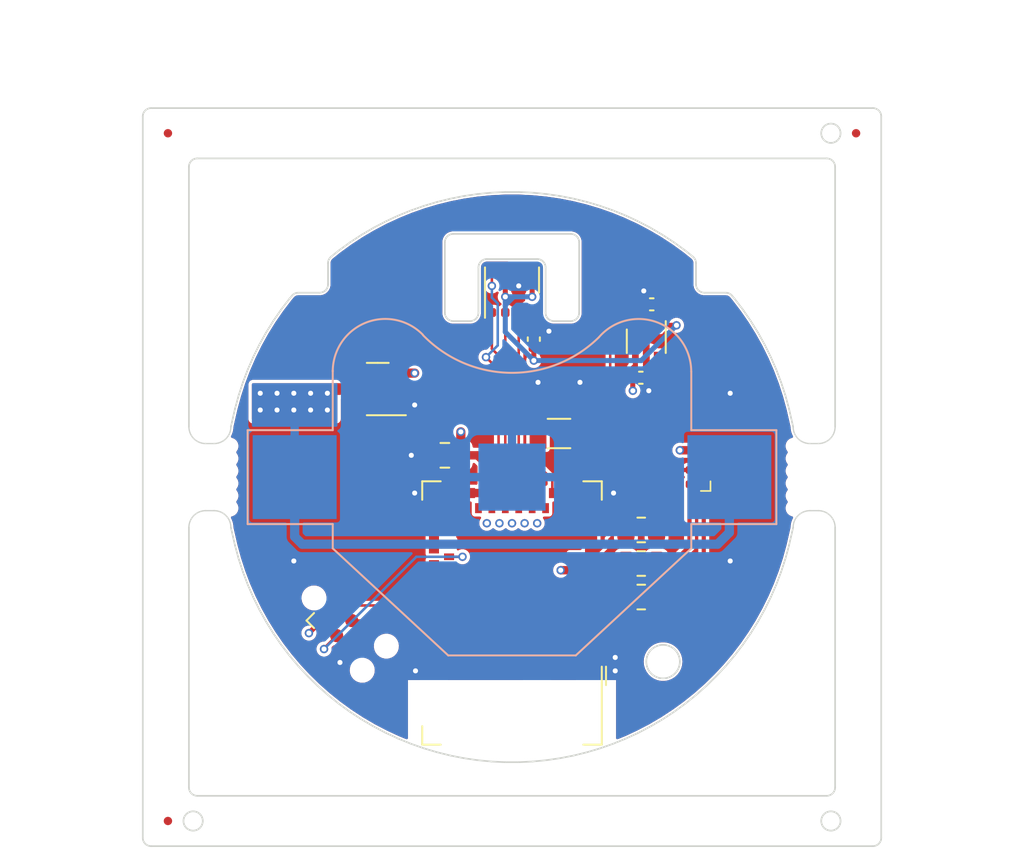
<source format=kicad_pcb>
(kicad_pcb (version 20221018) (generator pcbnew)
  (layers (0 "F.Cu" signal) (1 "In1.Cu" signal) (2 "In2.Cu" signal) (31 "B.Cu" signal) (34 "B.Paste" user) (35 "F.Paste" user) (36 "B.SilkS" user "B.Silkscreen") (37 "F.SilkS" user "F.Silkscreen") (38 "B.Mask" user) (39 "F.Mask" user) (44 "Edge.Cuts" user))
  (net 0 "")
  (net 1 "Net-(BT1-+)")
  (net 2 "GND")
  (net 3 "+BATT")
  (net 4 "/SWDIO")
  (net 5 "/~{RST}")
  (net 6 "/SWCLK")
  (net 8 "/VDD_BME680")
  (net 9 "/BME680_EN")
  (net 50 "/MISO")
  (net 51 "/SCK")
  (net 52 "/MOSI")
  (net 53 "/~{CS}")
  (net 55 "Net-(D1-RK)")
  (net 56 "Net-(D1-GK)")
  (net 57 "Net-(D1-BK)")
  (net 58 "/R")
  (net 59 "/G")
  (net 60 "/B")
  (net 61 "Net-(U3-XL1{slash}P0.00)")
  (net 62 "Net-(U3-XL2{slash}P0.01)")
  (footprint "PCM_marbastlib-various:mousebites_2.5mm" (layer "F.Cu") (at 119.75 95.999997 180)
    (fp_text reference "REF**" hide)
    (fp_text value "mousebites 2mm" hide)
    (fp_line (start -1.5 -2) (end -1 -2) (stroke (width 0.08)) (layer "Edge.Cuts"))
    (fp_line (start -1 2) (end -1.5 2) (stroke (width 0.08)) (layer "Edge.Cuts"))
    (fp_arc (start -2.5 3) (mid -2.207108 2.292895) (end -1.500003 2.000003) (stroke (width 0.08)) (layer "Edge.Cuts"))
    (fp_arc (start -1.5 -2) (mid -2.207105 -2.292892) (end -2.499997 -2.999997) (stroke (width 0.08)) (layer "Edge.Cuts"))
    (fp_arc (start -1 2) (mid -0.292895 2.292892) (end -0.000003 2.999997) (stroke (width 0.08)) (layer "Edge.Cuts"))
    (fp_arc (start 0 -3) (mid -0.292892 -2.292895) (end -0.999997 -2.000003) (stroke (width 0.08)) (layer "Edge.Cuts"))
  )
  (footprint "Package_LGA:Bosch_LGA-8_3x3mm_P0.8mm_ClockwisePinNumbering" (layer "F.Cu") (at 103 85 180)
    (fp_text reference "U2" hide)
    (fp_text value "BME680")
  )
  (footprint "Connector:Tag-Connect_TC2030-IDC-NL_2x03_P1.27mm_Vertical" (layer "F.Cu") (at 93 105 -45)
    (fp_text reference "J1" hide)
    (fp_text value "Conn_ARM_SWD_TagConnect_TC2030-NL")
  )
  (footprint "Fiducial:Fiducial_0.5mm_Mask1mm" (layer "F.Cu") (at 82.5 75.5)
    (fp_text reference "REF**" hide)
    (fp_text value "Fiducial_0.5mm_Mask1mm")
  )
  (footprint "Resistor_SMD:R_0805_2012Metric" (layer "F.Cu") (at 110.7 103.15 180)
    (fp_text reference "R5" hide)
    (fp_text value "1k")
  )
  (footprint "Package_TO_SOT_SMD:SOT-363_SC-70-6" (layer "F.Cu") (at 111 87.9 -90)
    (fp_text reference "U1" hide)
    (fp_text value "SiP32431DR3")
  )
  (footprint "Fiducial:Fiducial_0.5mm_Mask1mm" (layer "F.Cu") (at 123.5 75.5)
    (fp_text reference "REF**" hide)
    (fp_text value "Fiducial_0.5mm_Mask1mm")
  )
  (footprint "LED_SMD:LED_Lumex_SML-LX0404SIUPGUSB" (layer "F.Cu") (at 114 96 180)
    (fp_text reference "D1" hide)
    (fp_text value "LED_RGBA")
  )
  (footprint "Capacitor_SMD:C_0201_0603Metric" (layer "F.Cu") (at 107.05 91.4 90)
    (fp_text reference "C3" hide)
    (fp_text value "3.9p")
  )
  (footprint "RF_Module:Raytac_MDBT50Q" (layer "F.Cu") (at 103 104.1 180)
    (fp_text reference "U3" hide)
    (fp_text value "MDBT50Q-1MV2")
  )
  (footprint "Capacitor_SMD:C_0402_1005Metric" (layer "F.Cu") (at 111.325 85.7 180)
    (fp_text reference "C2" hide)
    (fp_text value "100n")
  )
  (footprint "Capacitor_SMD:C_0805_2012Metric" (layer "F.Cu") (at 99 94.7 180)
    (fp_text reference "C4" hide)
    (fp_text value "10u")
  )
  (footprint "Capacitor_SMD:C_0201_0603Metric" (layer "F.Cu") (at 104.55 91.4 90)
    (fp_text reference "C5" hide)
    (fp_text value "3.9p")
  )
  (footprint "Crystal:Crystal_SMD_3215-2Pin_3.2x1.5mm" (layer "F.Cu") (at 105.8 93.4 180)
    (fp_text reference "Y1" hide)
    (fp_text value "SC32S-7PF20PPM")
  )
  (footprint "Capacitor_SMD:C_0402_1005Metric" (layer "F.Cu") (at 104.3 87.775 90)
    (fp_text reference "C6" hide)
    (fp_text value "1u")
  )
  (footprint "Resistor_SMD:R_0805_2012Metric" (layer "F.Cu") (at 110.7 99.15 180)
    (fp_text reference "R3" hide)
    (fp_text value "1k")
  )
  (footprint "Package_TO_SOT_SMD:SOT-23" (layer "F.Cu") (at 95 90.75 180)
    (fp_text reference "Q1" hide)
    (fp_text value "DMP610DL-7")
  )
  (footprint "Capacitor_SMD:C_0402_1005Metric" (layer "F.Cu") (at 110.675 90.075)
    (fp_text reference "C1" hide)
    (fp_text value "1u")
  )
  (footprint "Fiducial:Fiducial_0.5mm_Mask1mm" (layer "F.Cu") (at 82.5 116.5)
    (fp_text reference "REF**" hide)
    (fp_text value "Fiducial_0.5mm_Mask1mm")
  )
  (footprint "Resistor_SMD:R_0805_2012Metric" (layer "F.Cu") (at 110.7 101.15 180)
    (fp_text reference "R4" hide)
    (fp_text value "1k")
  )
  (footprint "PCM_marbastlib-various:mousebites_2.5mm" (layer "F.Cu") (at 86.25 96)
    (fp_text reference "REF**" hide)
    (fp_text value "mousebites 2mm" hide)
    (fp_line (start -1.5 -2) (end -1 -2) (stroke (width 0.08)) (layer "Edge.Cuts"))
    (fp_line (start -1 2) (end -1.5 2) (stroke (width 0.08)) (layer "Edge.Cuts"))
    (fp_arc (start -2.5 3) (mid -2.207108 2.292895) (end -1.500003 2.000003) (stroke (width 0.08)) (layer "Edge.Cuts"))
    (fp_arc (start -1.5 -2) (mid -2.207105 -2.292892) (end -2.499997 -2.999997) (stroke (width 0.08)) (layer "Edge.Cuts"))
    (fp_arc (start -1 2) (mid -0.292895 2.292892) (end -0.000003 2.999997) (stroke (width 0.08)) (layer "Edge.Cuts"))
    (fp_arc (start 0 -3) (mid -0.292892 -2.292895) (end -0.999997 -2.000003) (stroke (width 0.08)) (layer "Edge.Cuts"))
  )
  (footprint "Battery:BatteryHolder_Multicomp_BC-2001_1x2032" (layer "B.Cu") (at 103 96 180)
    (fp_text reference "BT1" hide)
    (fp_text value "Battery_Cell")
  )
  (gr_line (start 86.493989 91.931634) (end 86.25 93) (stroke (width 0.1)) (layer "Edge.Cuts"))
  (gr_line (start 109.789198 80.414533) (end 109.028283 80.104724) (stroke (width 0.1)) (layer "Edge.Cuts"))
  (gr_line (start 107 82) (end 107 86.2) (stroke (width 0.1)) (layer "Edge.Cuts"))
  (gr_line (start 98.533975 112.402884) (end 99.331669 112.599498) (stroke (width 0.1)) (layer "Edge.Cuts"))
  (gr_line (start 119.036301 101.642434) (end 119.290179 100.861077) (stroke (width 0.1)) (layer "Edge.Cuts"))
  (gr_arc (start 124.5 74) (mid 124.853553 74.146447) (end 125 74.5) (stroke (width 0.1)) (layer "Edge.Cuts"))
  (gr_line (start 106.5 86.7) (end 105.5 86.7) (stroke (width 0.1)) (layer "Edge.Cuts"))
  (gr_line (start 118.416864 103.163819) (end 118.744969 102.410612) (stroke (width 0.1)) (layer "Edge.Cuts"))
  (gr_line (start 113.775411 82.856521) (end 113.321763 82.492179) (stroke (width 0.1)) (layer "Edge.Cuts"))
  (gr_line (start 118.744969 89.589388) (end 118.416864 88.836181) (stroke (width 0.1)) (layer "Edge.Cuts"))
  (gr_line (start 117.653484 104.618318) (end 118.052752 103.900294) (stroke (width 0.1)) (layer "Edge.Cuts"))
  (gr_line (start 100.13793 79.242657) (end 99.331669 79.400502) (stroke (width 0.1)) (layer "Edge.Cuts"))
  (gr_line (start 105.86207 112.757343) (end 106.668331 112.599498) (stroke (width 0.1)) (layer "Edge.Cuts"))
  (gr_line (start 107.466025 79.597116) (end 106.668331 79.400502) (stroke (width 0.1)) (layer "Edge.Cuts"))
  (gr_line (start 112.657101 82.009274) (end 111.969884 81.559045) (stroke (width 0.1)) (layer "Edge.Cuts"))
  (gr_line (start 97.746711 79.832039) (end 96.971717 80.104724) (stroke (width 0.1)) (layer "Edge.Cuts"))
  (gr_line (start 110.534256 80.760742) (end 109.789198 80.414533) (stroke (width 0.1)) (layer "Edge.Cuts"))
  (gr_line (start 118.052752 88.099706) (end 117.653484 87.381682) (stroke (width 0.1)) (layer "Edge.Cuts"))
  (gr_line (start 119.750003 93) (end 119.506011 91.931634) (stroke (width 0.1)) (layer "Edge.Cuts"))
  (gr_line (start 94.738282 81.142543) (end 94.030116 81.559045) (stroke (width 0.1)) (layer "Edge.Cuts"))
  (gr_line (start 81.5 74) (end 124.5 74) (stroke (width 0.1)) (layer "Edge.Cuts"))
  (gr_line (start 113.962318 83.246358) (end 113.962318 84.506633) (stroke (width 0.1)) (layer "Edge.Cuts"))
  (gr_line (start 121.749997 115.000003) (end 84.25 115.000003) (stroke (width 0.1)) (layer "Edge.Cuts"))
  (gr_line (start 96.210802 80.414533) (end 95.465744 80.760742) (stroke (width 0.1)) (layer "Edge.Cuts"))
  (gr_line (start 117.219992 86.683787) (end 116.753289 86.007651) (stroke (width 0.1)) (layer "Edge.Cuts"))
  (gr_circle (center 122 75.5) (end 122.576 75.5) (stroke (width 0.1)) (fill none) (layer "Edge.Cuts"))
  (gr_line (start 104.231392 79.044656) (end 103.410784 79.004964) (stroke (width 0.1)) (layer "Edge.Cuts"))
  (gr_line (start 94.030116 110.440955) (end 94.738282 110.857457) (stroke (width 0.1)) (layer "Edge.Cuts"))
  (gr_line (start 95.465744 111.239258) (end 96.210802 111.585467) (stroke (width 0.1)) (layer "Edge.Cuts"))
  (gr_line (start 111.969884 110.440955) (end 112.657101 109.990726) (stroke (width 0.1)) (layer "Edge.Cuts"))
  (gr_arc (start 101 83.5) (mid 101.146447 83.146447) (end 101.5 83) (stroke (width 0.1)) (layer "Edge.Cuts"))
  (gr_line (start 99.331669 79.400502) (end 98.533975 79.597116) (stroke (width 0.1)) (layer "Edge.Cuts"))
  (gr_line (start 89.745536 106.645148) (end 90.275317 107.273085) (stroke (width 0.1)) (layer "Edge.Cuts"))
  (gr_line (start 101.768608 112.955344) (end 102.589216 112.995036) (stroke (width 0.1)) (layer "Edge.Cuts"))
  (gr_line (start 99.331669 112.599498) (end 100.13793 112.757343) (stroke (width 0.1)) (layer "Edge.Cuts"))
  (gr_line (start 88.780008 105.316213) (end 89.246711 105.992349) (stroke (width 0.1)) (layer "Edge.Cuts"))
  (gr_line (start 92.037682 108.993367) (end 92.678237 109.507821) (stroke (width 0.1)) (layer "Edge.Cuts"))
  (gr_line (start 105.049124 79.123949) (end 104.231392 79.044656) (stroke (width 0.1)) (layer "Edge.Cuts"))
  (gr_line (start 89.246711 86.007651) (end 88.780008 86.683787) (stroke (width 0.1)) (layer "Edge.Cuts"))
  (gr_line (start 100.13793 112.757343) (end 100.950876 112.876051) (stroke (width 0.1)) (layer "Edge.Cuts"))
  (gr_arc (start 114.462318 85.006633) (mid 114.108741 84.860195) (end 113.962318 84.506633) (stroke (width 0.1)) (layer "Edge.Cuts"))
  (gr_line (start 118.416864 88.836181) (end 118.052752 88.099706) (stroke (width 0.1)) (layer "Edge.Cuts"))
  (gr_arc (start 81.5 118) (mid 81.146447 117.853553) (end 81 117.5) (stroke (width 0.1)) (layer "Edge.Cuts"))
  (gr_line (start 114.462318 85.006633) (end 115.729141 85.006633) (stroke (width 0.1)) (layer "Edge.Cuts"))
  (gr_arc (start 89.887812 85.185268) (mid 90.059532 85.053487) (end 90.270859 85.006633) (stroke (width 0.1)) (layer "Edge.Cuts"))
  (gr_line (start 125 74.5) (end 125 117.5) (stroke (width 0.1)) (layer "Edge.Cuts"))
  (gr_line (start 90.834818 107.874693) (end 91.42273 108.448567) (stroke (width 0.1)) (layer "Edge.Cuts"))
  (gr_line (start 83.75 114.500003) (end 83.75 99) (stroke (width 0.1)) (layer "Edge.Cuts"))
  (gr_line (start 81 117.5) (end 81 74.5) (stroke (width 0.1)) (layer "Edge.Cuts"))
  (gr_arc (start 81 74.5) (mid 81.146447 74.146447) (end 81.5 74) (stroke (width 0.1)) (layer "Edge.Cuts"))
  (gr_line (start 108.253289 112.167961) (end 109.028283 111.895276) (stroke (width 0.1)) (layer "Edge.Cuts"))
  (gr_line (start 119.506011 91.931634) (end 119.290179 91.138923) (stroke (width 0.1)) (layer "Edge.Cuts"))
  (gr_line (start 109.789198 111.585467) (end 110.534256 111.239258) (stroke (width 0.1)) (layer "Edge.Cuts"))
  (gr_line (start 100.950876 79.123949) (end 100.13793 79.242657) (stroke (width 0.1)) (layer "Edge.Cuts"))
  (gr_line (start 116.753289 105.992349) (end 117.219992 105.316213) (stroke (width 0.1)) (layer "Edge.Cuts"))
  (gr_line (start 98.533975 79.597116) (end 97.746711 79.832039) (stroke (width 0.1)) (layer "Edge.Cuts"))
  (gr_circle (center 112 107) (end 113 107) (stroke (width 0.1)) (fill none) (layer "Edge.Cuts"))
  (gr_line (start 95.465744 80.760742) (end 94.738282 81.142543) (stroke (width 0.1)) (layer "Edge.Cuts"))
  (gr_line (start 87.583136 103.163819) (end 87.947248 103.900294) (stroke (width 0.1)) (layer "Edge.Cuts"))
  (gr_line (start 107.466025 112.402884) (end 108.253289 112.167961) (stroke (width 0.1)) (layer "Edge.Cuts"))
  (gr_line (start 119.506011 100.068366) (end 119.75 98.999997) (stroke (width 0.1)) (layer "Edge.Cuts"))
  (gr_line (start 89.745536 85.354852) (end 89.246711 86.007651) (stroke (width 0.1)) (layer "Edge.Cuts"))
  (gr_line (start 105.86207 79.242657) (end 105.049124 79.123949) (stroke (width 0.1)) (layer "Edge.Cuts"))
  (gr_line (start 122.25 77.5) (end 122.25 93.000003) (stroke (width 0.1)) (layer "Edge.Cuts"))
  (gr_line (start 113.321763 82.492179) (end 112.657101 82.009274) (stroke (width 0.1)) (layer "Edge.Cuts"))
  (gr_arc (start 105.5 86.7) (mid 105.146447 86.553553) (end 105 86.2) (stroke (width 0.1)) (layer "Edge.Cuts"))
  (gr_line (start 111.261718 110.857457) (end 111.969884 110.440955) (stroke (width 0.1)) (layer "Edge.Cuts"))
  (gr_line (start 86.249997 98.999997) (end 86.493989 100.068366) (stroke (width 0.1)) (layer "Edge.Cuts"))
  (gr_arc (start 84.25 115.000003) (mid 83.896446 114.853557) (end 83.75 114.500003) (stroke (width 0.1)) (layer "Edge.Cuts"))
  (gr_line (start 100.5 86.7) (end 99.5 86.7) (stroke (width 0.1)) (layer "Edge.Cuts"))
  (gr_circle (center 122 116.5) (end 122.576 116.5) (stroke (width 0.1)) (fill none) (layer "Edge.Cuts"))
  (gr_line (start 114.57727 108.448567) (end 115.165182 107.874693) (stroke (width 0.1)) (layer "Edge.Cuts"))
  (gr_line (start 119.290179 100.861077) (end 119.506011 100.068366) (stroke (width 0.1)) (layer "Edge.Cuts"))
  (gr_line (start 99.5 81.5) (end 106.5 81.5) (stroke (width 0.1)) (layer "Edge.Cuts"))
  (gr_arc (start 121.75 77) (mid 122.103553 77.146447) (end 122.25 77.5) (stroke (width 0.1)) (layer "Edge.Cuts"))
  (gr_arc (start 115.729141 85.006633) (mid 115.940454 85.053504) (end 116.112188 85.185268) (stroke (width 0.1)) (layer "Edge.Cuts"))
  (gr_line (start 93.342899 82.009274) (end 92.678237 82.492179) (stroke (width 0.1)) (layer "Edge.Cuts"))
  (gr_circle (center 84 116.5) (end 84.576 116.5) (stroke (width 0.1)) (fill none) (layer "Edge.Cuts"))
  (gr_line (start 105.049124 112.876051) (end 105.86207 112.757343) (stroke (width 0.1)) (layer "Edge.Cuts"))
  (gr_line (start 100.950876 112.876051) (end 101.768608 112.955344) (stroke (width 0.1)) (layer "Edge.Cuts"))
  (gr_line (start 108.253289 79.832039) (end 107.466025 79.597116) (stroke (width 0.1)) (layer "Edge.Cuts"))
  (gr_line (start 109.028283 111.895276) (end 109.789198 111.585467) (stroke (width 0.1)) (layer "Edge.Cuts"))
  (gr_line (start 87.947248 103.900294) (end 88.346516 104.618318) (stroke (width 0.1)) (layer "Edge.Cuts"))
  (gr_line (start 90.275317 107.273085) (end 90.834818 107.874693) (stroke (width 0.1)) (layer "Edge.Cuts"))
  (gr_arc (start 99.5 86.7) (mid 99.146447 86.553553) (end 99 86.2) (stroke (width 0.1)) (layer "Edge.Cuts"))
  (gr_line (start 102.589216 79.004964) (end 101.768608 79.044656) (stroke (width 0.1)) (layer "Edge.Cuts"))
  (gr_line (start 92.678237 82.492179) (end 92.224589 82.856521) (stroke (width 0.1)) (layer "Edge.Cuts"))
  (gr_line (start 87.255031 89.589388) (end 86.963699 90.357566) (stroke (width 0.1)) (layer "Edge.Cuts"))
  (gr_line (start 117.653484 87.381682) (end 117.219992 86.683787) (stroke (width 0.1)) (layer "Edge.Cuts"))
  (gr_line (start 115.165182 107.874693) (end 115.724683 107.273085) (stroke (width 0.1)) (layer "Edge.Cuts"))
  (gr_line (start 92.678237 109.507821) (end 93.342899 109.990726) (stroke (width 0.1)) (layer "Edge.Cuts"))
  (gr_line (start 83.750003 93.000003) (end 83.750003 77.5) (stroke (width 0.1)) (layer "Edge.Cuts"))
  (gr_arc (start 99 82) (mid 99.146447 81.646447) (end 99.5 81.5) (stroke (width 0.1)) (layer "Edge.Cuts"))
  (gr_line (start 118.744969 102.410612) (end 119.036301 101.642434) (stroke (width 0.1)) (layer "Edge.Cuts"))
  (gr_arc (start 104.5 83) (mid 104.853553 83.146447) (end 105 83.5) (stroke (width 0.1)) (layer "Edge.Cuts"))
  (gr_line (start 106.668331 79.400502) (end 105.86207 79.242657) (stroke (width 0.1)) (layer "Edge.Cuts"))
  (gr_line (start 117.219992 105.316213) (end 117.653484 104.618318) (stroke (width 0.1)) (layer "Edge.Cuts"))
  (gr_line (start 87.583136 88.836181) (end 87.255031 89.589388) (stroke (width 0.1)) (layer "Edge.Cuts"))
  (gr_line (start 88.346516 87.381682) (end 87.947248 88.099706) (stroke (width 0.1)) (layer "Edge.Cuts"))
  (gr_line (start 86.709821 91.138923) (end 86.493989 91.931634) (stroke (width 0.1)) (layer "Edge.Cuts"))
  (gr_arc (start 113.775411 82.856521) (mid 113.913186 83.030193) (end 113.962318 83.246358) (stroke (width 0.1)) (layer "Edge.Cuts"))
  (gr_line (start 94.030116 81.559045) (end 93.342899 82.009274) (stroke (width 0.1)) (layer "Edge.Cuts"))
  (gr_line (start 84.250003 77) (end 121.75 77) (stroke (width 0.1)) (layer "Edge.Cuts"))
  (gr_line (start 92.037682 84.506633) (end 92.037682 83.246358) (stroke (width 0.1)) (layer "Edge.Cuts"))
  (gr_line (start 115.724683 107.273085) (end 116.254464 106.645148) (stroke (width 0.1)) (layer "Edge.Cuts"))
  (gr_line (start 113.321763 109.507821) (end 113.962318 108.993367) (stroke (width 0.1)) (layer "Edge.Cuts"))
  (gr_line (start 112.657101 109.990726) (end 113.321763 109.507821) (stroke (width 0.1)) (layer "Edge.Cuts"))
  (gr_line (start 90.270859 85.006633) (end 91.537682 85.006633) (stroke (width 0.1)) (layer "Edge.Cuts"))
  (gr_line (start 109.028283 80.104724) (end 108.253289 79.832039) (stroke (width 0.1)) (layer "Edge.Cuts"))
  (gr_line (start 97.746711 112.167961) (end 98.533975 112.402884) (stroke (width 0.1)) (layer "Edge.Cuts"))
  (gr_line (start 101.768608 79.044656) (end 100.950876 79.123949) (stroke (width 0.1)) (layer "Edge.Cuts"))
  (gr_arc (start 101 86.2) (mid 100.853553 86.553553) (end 100.5 86.7) (stroke (width 0.1)) (layer "Edge.Cuts"))
  (gr_line (start 103.410784 79.004964) (end 102.589216 79.004964) (stroke (width 0.1)) (layer "Edge.Cuts"))
  (gr_line (start 111.969884 81.559045) (end 111.261718 81.142543) (stroke (width 0.1)) (layer "Edge.Cuts"))
  (gr_line (start 86.963699 101.642434) (end 87.255031 102.410612) (stroke (width 0.1)) (layer "Edge.Cuts"))
  (gr_line (start 118.052752 103.900294) (end 118.416864 103.163819) (stroke (width 0.1)) (layer "Edge.Cuts"))
  (gr_arc (start 122.249997 114.499997) (mid 122.10355 114.85355) (end 121.749997 114.999997) (stroke (width 0.1)) (layer "Edge.Cuts"))
  (gr_line (start 122.249997 114.499997) (end 122.249997 98.999994) (stroke (width 0.1)) (layer "Edge.Cuts"))
  (gr_line (start 101 83.5) (end 101 86.2) (stroke (width 0.1)) (layer "Edge.Cuts"))
  (gr_line (start 105 86.2) (end 105 83.5) (stroke (width 0.1)) (layer "Edge.Cuts"))
  (gr_arc (start 125 117.5) (mid 124.853553 117.853553) (end 124.5 118) (stroke (width 0.1)) (layer "Edge.Cuts"))
  (gr_line (start 99 86.2) (end 99 82) (stroke (width 0.1)) (layer "Edge.Cuts"))
  (gr_line (start 104.231392 112.955344) (end 105.049124 112.876051) (stroke (width 0.1)) (layer "Edge.Cuts"))
  (gr_line (start 96.210802 111.585467) (end 96.971717 111.895276) (stroke (width 0.1)) (layer "Edge.Cuts"))
  (gr_line (start 86.493989 100.068366) (end 86.709821 100.861077) (stroke (width 0.1)) (layer "Edge.Cuts"))
  (gr_line (start 96.971717 80.104724) (end 96.210802 80.414533) (stroke (width 0.1)) (layer "Edge.Cuts"))
  (gr_line (start 91.42273 108.448567) (end 92.037682 108.993367) (stroke (width 0.1)) (layer "Edge.Cuts"))
  (gr_line (start 103.410784 112.995036) (end 104.231392 112.955344) (stroke (width 0.1)) (layer "Edge.Cuts"))
  (gr_line (start 89.887812 85.185268) (end 89.745536 85.354852) (stroke (width 0.1)) (layer "Edge.Cuts"))
  (gr_arc (start 92.037682 84.506633) (mid 91.891235 84.860186) (end 91.537682 85.006633) (stroke (width 0.1)) (layer "Edge.Cuts"))
  (gr_line (start 106.668331 112.599498) (end 107.466025 112.402884) (stroke (width 0.1)) (layer "Edge.Cuts"))
  (gr_arc (start 107 86.2) (mid 106.853553 86.553553) (end 106.5 86.7) (stroke (width 0.1)) (layer "Edge.Cuts"))
  (gr_line (start 116.254464 85.354852) (end 116.112188 85.185268) (stroke (width 0.1)) (layer "Edge.Cuts"))
  (gr_line (start 119.290179 91.138923) (end 119.036301 90.357566) (stroke (width 0.1)) (layer "Edge.Cuts"))
  (gr_line (start 104.5 83) (end 101.5 83) (stroke (width 0.1)) (layer "Edge.Cuts"))
  (gr_line (start 89.246711 105.992349) (end 89.745536 106.645148) (stroke (width 0.1)) (layer "Edge.Cuts"))
  (gr_line (start 102.589216 112.995036) (end 103.410784 112.995036) (stroke (width 0.1)) (layer "Edge.Cuts"))
  (gr_line (start 87.255031 102.410612) (end 87.583136 103.163819) (stroke (width 0.1)) (layer "Edge.Cuts"))
  (gr_line (start 88.346516 104.618318) (end 88.780008 105.316213) (stroke (width 0.1)) (layer "Edge.Cuts"))
  (gr_line (start 87.947248 88.099706) (end 87.583136 88.836181) (stroke (width 0.1)) (layer "Edge.Cuts"))
  (gr_line (start 86.709821 100.861077) (end 86.963699 101.642434) (stroke (width 0.1)) (layer "Edge.Cuts"))
  (gr_arc (start 92.037682 83.246358) (mid 92.086837 83.030204) (end 92.224589 82.856521) (stroke (width 0.1)) (layer "Edge.Cuts"))
  (gr_line (start 88.780008 86.683787) (end 88.346516 87.381682) (stroke (width 0.1)) (layer "Edge.Cuts"))
  (gr_arc (start 106.5 81.5) (mid 106.853553 81.646447) (end 107 82) (stroke (width 0.1)) (layer "Edge.Cuts"))
  (gr_line (start 113.962318 108.993367) (end 114.57727 108.448567) (stroke (width 0.1)) (layer "Edge.Cuts"))
  (gr_line (start 111.261718 81.142543) (end 110.534256 80.760742) (stroke (width 0.1)) (layer "Edge.Cuts"))
  (gr_line (start 110.534256 111.239258) (end 111.261718 110.857457) (stroke (width 0.1)) (layer "Edge.Cuts"))
  (gr_line (start 94.738282 110.857457) (end 95.465744 111.239258) (stroke (width 0.1)) (layer "Edge.Cuts"))
  (gr_line (start 96.971717 111.895276) (end 97.746711 112.167961) (stroke (width 0.1)) (layer "Edge.Cuts"))
  (gr_line (start 116.254464 106.645148) (end 116.753289 105.992349) (stroke (width 0.1)) (layer "Edge.Cuts"))
  (gr_line (start 116.753289 86.007651) (end 116.254464 85.354852) (stroke (width 0.1)) (layer "Edge.Cuts"))
  (gr_line (start 119.036301 90.357566) (end 118.744969 89.589388) (stroke (width 0.1)) (layer "Edge.Cuts"))
  (gr_line (start 86.963699 90.357566) (end 86.709821 91.138923) (stroke (width 0.1)) (layer "Edge.Cuts"))
  (gr_arc (start 83.750003 77.5) (mid 83.89645 77.146447) (end 84.250003 77) (stroke (width 0.1)) (layer "Edge.Cuts"))
  (gr_line (start 93.342899 109.990726) (end 94.030116 110.440955) (stroke (width 0.1)) (layer "Edge.Cuts"))
  (gr_line (start 124.5 118) (end 81.5 118) (stroke (width 0.1)) (layer "Edge.Cuts"))
  (via (at 101.5 98.75) (size 0.5) (drill 0.3) (layers "F.Cu" "B.Cu") (net 0))
  (via (at 103.75 98.75) (size 0.5) (drill 0.3) (layers "F.Cu" "B.Cu") (net 0))
  (via (at 103 98.75) (size 0.5) (drill 0.3) (layers "F.Cu" "B.Cu") (net 0))
  (via (at 104.5 98.75) (size 0.5) (drill 0.3) (layers "F.Cu" "B.Cu") (net 0))
  (via (at 102.25 98.75) (size 0.5) (drill 0.3) (layers "F.Cu" "B.Cu") (net 0))
  (via (at 92 91) (size 0.5) (drill 0.3) (layers "F.Cu" "B.Cu") (net 1))
  (via (at 89 92) (size 0.5) (drill 0.3) (layers "F.Cu" "B.Cu") (net 1))
  (via (at 91 91) (size 0.5) (drill 0.3) (layers "F.Cu" "B.Cu") (net 1))
  (via (at 89 91) (size 0.5) (drill 0.3) (layers "F.Cu" "B.Cu") (net 1))
  (via (at 88 91) (size 0.5) (drill 0.3) (layers "F.Cu" "B.Cu") (net 1))
  (via (at 91 92) (size 0.5) (drill 0.3) (layers "F.Cu" "B.Cu") (net 1))
  (via (at 92 92) (size 0.5) (drill 0.3) (layers "F.Cu" "B.Cu") (net 1))
  (via (at 90 91) (size 0.5) (drill 0.3) (layers "F.Cu" "B.Cu") (net 1))
  (via (at 90 92) (size 0.5) (drill 0.3) (layers "F.Cu" "B.Cu") (net 1))
  (via (at 88 92) (size 0.5) (drill 0.3) (layers "F.Cu" "B.Cu") (net 1))
  (segment (start 90.05 96) (end 90.05 99.55) (width 0.55) (layer "B.Cu") (net 1))
  (segment (start 115.25 100) (end 115.95 99.3) (width 0.55) (layer "B.Cu") (net 1))
  (segment (start 90.05 99.55) (end 90.5 100) (width 0.55) (layer "B.Cu") (net 1))
  (segment (start 115.95 99.3) (end 115.95 96) (width 0.55) (layer "B.Cu") (net 1))
  (segment (start 90.5 100) (end 115.25 100) (width 0.55) (layer "B.Cu") (net 1))
  (segment (start 95.9375 91.7) (end 97.2 91.7) (width 0.55) (layer "F.Cu") (net 2))
  (segment (start 97.55 107.85) (end 97.25 107.55) (width 0.2) (layer "F.Cu") (net 2))
  (segment (start 111.155 90.075) (end 111.155 90.845) (width 0.3) (layer "F.Cu") (net 2))
  (segment (start 111 86.3) (end 111 86.95) (width 0.3) (layer "F.Cu") (net 2))
  (segment (start 104.3 87.295) (end 105.195 87.295) (width 0.3) (layer "F.Cu") (net 2))
  (segment (start 103.4 83.8125) (end 103.4 84.6) (width 0.3) (layer "F.Cu") (net 2))
  (segment (start 93.449013 106.350987) (end 92.75 107.05) (width 0.3) (layer "F.Cu") (net 2))
  (segment (start 111 89.4) (end 111.155 89.555) (width 0.3) (layer "F.Cu") (net 2))
  (segment (start 104.55 91.08) (end 104.55 90.35) (width 0.3) (layer "F.Cu") (net 2))
  (segment (start 111.155 90.845) (end 111.15 90.85) (width 0.3) (layer "F.Cu") (net 2))
  (segment (start 93.449013 106.347038) (end 93.449013 106.350987) (width 0.3) (layer "F.Cu") (net 2))
  (segment (start 104.2 86.65) (end 104.3 86.75) (width 0.3) (layer "F.Cu") (net 2))
  (segment (start 111.155 89.555) (end 111.155 90.075) (width 0.3) (layer "F.Cu") (net 2))
  (segment (start 107.65 106.75) (end 109.15 106.75) (width 0.2) (layer "F.Cu") (net 2))
  (segment (start 107.8 96.95) (end 109.05 96.95) (width 0.5) (layer "F.Cu") (net 2))
  (segment (start 110.845 85.7) (end 110.845 86.145) (width 0.3) (layer "F.Cu") (net 2))
  (segment (start 110.845 85.7) (end 110.845 84.905) (width 0.3) (layer "F.Cu") (net 2))
  (segment (start 110.845 84.905) (end 110.85 84.9) (width 0.3) (layer "F.Cu") (net 2))
  (segment (start 98.05 94.7) (end 97 94.7) (width 0.55) (layer "F.Cu") (net 2))
  (segment (start 108.85 107.85) (end 109.15 107.55) (width 0.2) (layer "F.Cu") (net 2))
  (segment (start 104.2 86.1875) (end 104.2 86.65) (width 0.3) (layer "F.Cu") (net 2))
  (segment (start 110.845 86.145) (end 111 86.3) (width 0.3) (layer "F.Cu") (net 2))
  (segment (start 98.2 96.95) (end 97.2 96.95) (width 0.5) (layer "F.Cu") (net 2))
  (segment (start 104.3 86.75) (end 104.3 87.295) (width 0.3) (layer "F.Cu") (net 2))
  (segment (start 107.05 91.08) (end 107.05 90.35) (width 0.3) (layer "F.Cu") (net 2))
  (segment (start 111 88.85) (end 111 89.4) (width 0.3) (layer "F.Cu") (net 2))
  (segment (start 98.35 107.85) (end 97.55 107.85) (width 0.2) (layer "F.Cu") (net 2))
  (segment (start 107.65 107.85) (end 108.85 107.85) (width 0.2) (layer "F.Cu") (net 2))
  (segment (start 105.195 87.295) (end 105.2 87.3) (width 0.3) (layer "F.Cu") (net 2))
  (via (at 104.55 90.35) (size 0.5) (drill 0.3) (layers "F.Cu" "B.Cu") (net 2))
  (via (at 90 101) (size 0.5) (drill 0.3) (layers "F.Cu" "B.Cu") (net 2))
  (via (at 97.2 91.7) (size 0.5) (drill 0.3) (layers "F.Cu" "B.Cu") (net 2))
  (via (at 109.15 107.55) (size 0.5) (drill 0.3) (layers "F.Cu" "B.Cu") (net 2))
  (via (at 92.75 107.05) (size 0.5) (drill 0.3) (layers "F.Cu" "B.Cu") (net 2))
  (via (at 110.85 84.9) (size 0.5) (drill 0.3) (layers "F.Cu" "B.Cu") (net 2))
  (via (at 97 94.7) (size 0.5) (drill 0.3) (layers "F.Cu" "B.Cu") (net 2))
  (via (at 116 91) (size 0.5) (drill 0.3) (layers "F.Cu" "B.Cu") (net 2))
  (via (at 97.2 96.95) (size 0.5) (drill 0.3) (layers "F.Cu" "B.Cu") (net 2))
  (via (at 97.25 107.55) (size 0.5) (drill 0.3) (layers "F.Cu" "B.Cu") (net 2))
  (via (at 107.05 90.35) (size 0.5) (drill 0.3) (layers "F.Cu" "B.Cu") (net 2))
  (via (at 116 101) (size 0.5) (drill 0.3) (layers "F.Cu" "B.Cu") (net 2))
  (via (at 111.15 90.85) (size 0.5) (drill 0.3) (layers "F.Cu" "B.Cu") (net 2))
  (via (at 109.15 106.75) (size 0.5) (drill 0.3) (layers "F.Cu" "B.Cu") (net 2))
  (via (at 109.05 96.95) (size 0.5) (drill 0.3) (layers "F.Cu" "B.Cu") (net 2))
  (via (at 103.4 84.6) (size 0.5) (drill 0.3) (layers "F.Cu" "B.Cu") (net 2))
  (via (at 105.2 87.3) (size 0.5) (drill 0.3) (layers "F.Cu" "B.Cu") (net 2))
  (segment (start 95.9375 89.8) (end 97.2 89.8) (width 0.55) (layer "F.Cu") (net 3))
  (segment (start 110.195 90.075) (end 110.195 90.845) (width 0.3) (layer "F.Cu") (net 3))
  (segment (start 110.195 89.505) (end 110.195 90.075) (width 0.3) (layer "F.Cu") (net 3))
  (segment (start 106.75 101.55) (end 105.9 101.55) (width 0.5) (layer "F.Cu") (net 3))
  (segment (start 100.6 96.95) (end 101.4 96.95) (width 0.5) (layer "F.Cu") (net 3))
  (segment (start 101.4 95.15) (end 101.4 96.95) (width 0.5) (layer "F.Cu") (net 3))
  (segment (start 99.95 94.7) (end 100.95 94.7) (width 0.5) (layer "F.Cu") (net 3))
  (segment (start 114.425 94.975) (end 114.05 94.6) (width 0.5) (layer "F.Cu") (net 3))
  (segment (start 100.95 94.7) (end 101.4 95.15) (width 0.5) (layer "F.Cu") (net 3))
  (segment (start 110.35 88.85) (end 110.35 89.35) (width 0.3) (layer "F.Cu") (net 3))
  (segment (start 113.85 94.4) (end 113.000498 94.4) (width 0.5) (layer "F.Cu") (net 3))
  (segment (start 91.649013 104.550987) (end 90.9 105.3) (width 0.3) (layer "F.Cu") (net 3))
  (segment (start 114.05 94.6) (end 113.85 94.4) (width 0.5) (layer "F.Cu") (net 3))
  (segment (start 91.652962 104.550987) (end 91.649013 104.550987) (width 0.3) (layer "F.Cu") (net 3))
  (segment (start 99.95 93.3) (end 99.95 94.7) (width 0.55) (layer "F.Cu") (net 3))
  (segment (start 110.35 89.35) (end 110.195 89.505) (width 0.3) (layer "F.Cu") (net 3))
  (segment (start 114.425 95.575) (end 114.425 94.975) (width 0.5) (layer "F.Cu") (net 3))
  (segment (start 110.195 90.845) (end 110.2 90.85) (width 0.3) (layer "F.Cu") (net 3))
  (via (at 110.2 90.85) (size 0.5) (drill 0.3) (layers "F.Cu" "B.Cu") (net 3))
  (via (at 90.9 105.3) (size 0.5) (drill 0.3) (layers "F.Cu" "B.Cu") (net 3))
  (via (at 97.2 89.8) (size 0.5) (drill 0.3) (layers "F.Cu" "B.Cu") (net 3))
  (via (at 99.95 93.3) (size 0.5) (drill 0.3) (layers "F.Cu" "B.Cu") (net 3))
  (via (at 105.9 101.55) (size 0.5) (drill 0.3) (layers "F.Cu" "B.Cu") (net 3))
  (via (at 113.000498 94.4) (size 0.5) (drill 0.3) (layers "F.Cu" "B.Cu") (net 3))
  (segment (start 95.652962 103.652962) (end 97.95 105.95) (width 0.15) (layer "F.Cu") (net 4))
  (segment (start 97.95 105.95) (end 98.35 105.95) (width 0.15) (layer "F.Cu") (net 4))
  (segment (start 92.550987 103.652962) (end 95.652962 103.652962) (width 0.15) (layer "F.Cu") (net 4))
  (segment (start 91.8 106.25) (end 91.8 106.2) (width 0.15) (layer "F.Cu") (net 5))
  (segment (start 91.8 106.2) (end 92.550987 105.449013) (width 0.15) (layer "F.Cu") (net 5))
  (segment (start 99.25 100.75) (end 100.05 100.75) (width 0.15) (layer "F.Cu") (net 5))
  (via (at 91.8 106.25) (size 0.5) (drill 0.3) (layers "F.Cu" "B.Cu") (net 5))
  (via (at 100.05 100.75) (size 0.5) (drill 0.3) (layers "F.Cu" "B.Cu") (net 5))
  (segment (start 97.3 100.75) (end 91.8 106.25) (width 0.15) (layer "B.Cu") (net 5))
  (segment (start 100.05 100.75) (end 97.3 100.75) (width 0.15) (layer "B.Cu") (net 5))
  (segment (start 97.95 106.75) (end 98.35 106.75) (width 0.15) (layer "F.Cu") (net 6))
  (segment (start 93.449013 104.550987) (end 95.750987 104.550987) (width 0.15) (layer "F.Cu") (net 6))
  (segment (start 95.750987 104.550987) (end 97.95 106.75) (width 0.15) (layer "F.Cu") (net 6))
  (segment (start 111.65 86.3) (end 111.65 86.95) (width 0.3) (layer "F.Cu") (net 8))
  (segment (start 111.805 85.7) (end 111.805 86.145) (width 0.3) (layer "F.Cu") (net 8))
  (segment (start 104.3 88.255) (end 104.3 89.05) (width 0.3) (layer "F.Cu") (net 8))
  (segment (start 104.2 83.8125) (end 104.2 85.25) (width 0.3) (layer "F.Cu") (net 8))
  (segment (start 102.6 83.8125) (end 102.6 85.25) (width 0.3) (layer "F.Cu") (net 8))
  (segment (start 111.805 86.145) (end 111.65 86.3) (width 0.3) (layer "F.Cu") (net 8))
  (segment (start 111.65 86.95) (end 112.8 86.95) (width 0.3) (layer "F.Cu") (net 8))
  (via (at 102.6 85.25) (size 0.5) (drill 0.3) (layers "F.Cu" "B.Cu") (net 8))
  (via (at 104.2 85.25) (size 0.5) (drill 0.3) (layers "F.Cu" "B.Cu") (net 8))
  (via (at 112.8 86.95) (size 0.5) (drill 0.3) (layers "F.Cu" "B.Cu") (net 8))
  (via (at 104.3 89.05) (size 0.5) (drill 0.3) (layers "F.Cu" "B.Cu") (net 8))
  (segment (start 110.7 89.05) (end 104.3 89.05) (width 0.3) (layer "B.Cu") (net 8))
  (segment (start 103.2 85.25) (end 104.2 85.25) (width 0.3) (layer "B.Cu") (net 8))
  (segment (start 112.8 86.95) (end 110.7 89.05) (width 0.3) (layer "B.Cu") (net 8))
  (segment (start 103.1 85.25) (end 102.6 85.75) (width 0.3) (layer "B.Cu") (net 8))
  (segment (start 102.6 85.75) (end 102.6 85.25) (width 0.3) (layer "B.Cu") (net 8))
  (segment (start 102.6 87.35) (end 102.6 85.75) (width 0.3) (layer "B.Cu") (net 8))
  (segment (start 102.6 85.25) (end 103.2 85.25) (width 0.3) (layer "B.Cu") (net 8))
  (segment (start 103.2 85.25) (end 103.1 85.25) (width 0.3) (layer "B.Cu") (net 8))
  (segment (start 104.3 89.05) (end 102.6 87.35) (width 0.3) (layer "B.Cu") (net 8))
  (segment (start 107 96.15) (end 107 96.95) (width 0.15) (layer "F.Cu") (net 9))
  (segment (start 109.7 86.95) (end 108.85 87.8) (width 0.15) (layer "F.Cu") (net 9))
  (segment (start 108.85 87.8) (end 108.85 94.3) (width 0.15) (layer "F.Cu") (net 9))
  (segment (start 110.35 86.95) (end 109.7 86.95) (width 0.15) (layer "F.Cu") (net 9))
  (segment (start 108.85 94.3) (end 107 96.15) (width 0.15) (layer "F.Cu") (net 9))
  (segment (start 102.2 96.95) (end 102.2 89.6) (width 0.15) (layer "F.Cu") (net 50))
  (segment (start 102.2 89.6) (end 101.45 88.85) (width 0.15) (layer "F.Cu") (net 50))
  (segment (start 101.8 84.6) (end 101.8 83.8125) (width 0.15) (layer "F.Cu") (net 50))
  (via (at 101.8 84.6) (size 0.5) (drill 0.3) (layers "F.Cu" "B.Cu") (net 50))
  (via (at 101.45 88.85) (size 0.5) (drill 0.3) (layers "F.Cu" "B.Cu") (net 50))
  (segment (start 102.15 85.65) (end 101.8 85.3) (width 0.15) (layer "B.Cu") (net 50))
  (segment (start 101.8 85.3) (end 101.8 84.6) (width 0.15) (layer "B.Cu") (net 50))
  (segment (start 102.15 88.15) (end 102.15 85.65) (width 0.15) (layer "B.Cu") (net 50))
  (segment (start 101.45 88.85) (end 102.15 88.15) (width 0.15) (layer "B.Cu") (net 50))
  (segment (start 101.8 88.35) (end 101.8 86.1875) (width 0.15) (layer "F.Cu") (net 51))
  (segment (start 103 96.95) (end 103 96.25) (width 0.15) (layer "F.Cu") (net 51))
  (segment (start 102.6 89.15) (end 101.8 88.35) (width 0.15) (layer "F.Cu") (net 51))
  (segment (start 103 96.25) (end 102.6 95.85) (width 0.15) (layer "F.Cu") (net 51))
  (segment (start 102.6 95.85) (end 102.6 89.15) (width 0.15) (layer "F.Cu") (net 51))
  (segment (start 103.8 96.5) (end 103.8 96.95) (width 0.15) (layer "F.Cu") (net 52))
  (segment (start 102.6 86.1875) (end 102.6 88.6) (width 0.15) (layer "F.Cu") (net 52))
  (segment (start 103 89) (end 103 95.7) (width 0.15) (layer "F.Cu") (net 52))
  (segment (start 103 95.7) (end 103.8 96.5) (width 0.15) (layer "F.Cu") (net 52))
  (segment (start 102.6 88.6) (end 103 89) (width 0.15) (layer "F.Cu") (net 52))
  (segment (start 104.6 96.35) (end 104.4 96.15) (width 0.15) (layer "F.Cu") (net 53))
  (segment (start 103.4 95.55) (end 103.4 86.1875) (width 0.15) (layer "F.Cu") (net 53))
  (segment (start 104.6 96.95) (end 104.6 96.35) (width 0.15) (layer "F.Cu") (net 53))
  (segment (start 104.4 96.15) (end 104 96.15) (width 0.15) (layer "F.Cu") (net 53))
  (segment (start 104 96.15) (end 103.4 95.55) (width 0.15) (layer "F.Cu") (net 53))
  (segment (start 111.6125 103.15) (end 113 103.15) (width 0.25) (layer "F.Cu") (net 55))
  (segment (start 114.425 101.725) (end 114.425 96.425) (width 0.25) (layer "F.Cu") (net 55))
  (segment (start 113 103.15) (end 114.425 101.725) (width 0.25) (layer "F.Cu") (net 55))
  (segment (start 112.55 101.15) (end 113.575 100.125) (width 0.25) (layer "F.Cu") (net 56))
  (segment (start 113.575 100.125) (end 113.575 96.425) (width 0.25) (layer "F.Cu") (net 56))
  (segment (start 111.6125 101.15) (end 112.55 101.15) (width 0.25) (layer "F.Cu") (net 56))
  (segment (start 111.6125 96.4375) (end 112.475 95.575) (width 0.25) (layer "F.Cu") (net 57))
  (segment (start 112.475 95.575) (end 113.575 95.575) (width 0.25) (layer "F.Cu") (net 57))
  (segment (start 111.6125 99.15) (end 111.6125 96.4375) (width 0.25) (layer "F.Cu") (net 57))
  (segment (start 108.5 102.75) (end 108.9 103.15) (width 0.25) (layer "F.Cu") (net 58))
  (segment (start 108.9 103.15) (end 109.7875 103.15) (width 0.25) (layer "F.Cu") (net 58))
  (segment (start 107.65 101.95) (end 108.15 101.95) (width 0.25) (layer "F.Cu") (net 58))
  (segment (start 108.5 102.3) (end 108.5 102.75) (width 0.25) (layer "F.Cu") (net 58))
  (segment (start 108.15 101.95) (end 108.5 102.3) (width 0.25) (layer "F.Cu") (net 58))
  (segment (start 107.65 101.15) (end 109.7875 101.15) (width 0.25) (layer "F.Cu") (net 59))
  (segment (start 107.65 100.35) (end 108.15 100.35) (width 0.25) (layer "F.Cu") (net 60))
  (segment (start 108.4 99.55) (end 108.8 99.15) (width 0.25) (layer "F.Cu") (net 60))
  (segment (start 108.4 100.1) (end 108.4 99.55) (width 0.25) (layer "F.Cu") (net 60))
  (segment (start 108.8 99.15) (end 109.7875 99.15) (width 0.25) (layer "F.Cu") (net 60))
  (segment (start 108.15 100.35) (end 108.4 100.1) (width 0.25) (layer "F.Cu") (net 60))
  (segment (start 107.05 95.3) (end 107.05 93.4) (width 0.15) (layer "F.Cu") (net 61))
  (segment (start 107.05 93.4) (end 107.05 91.72) (width 0.15) (layer "F.Cu") (net 61))
  (segment (start 106.2 96.15) (end 107.05 95.3) (width 0.15) (layer "F.Cu") (net 61))
  (segment (start 106.2 96.95) (end 106.2 96.15) (width 0.15) (layer "F.Cu") (net 61))
  (segment (start 104.55 95.3) (end 104.55 93.4) (width 0.15) (layer "F.Cu") (net 62))
  (segment (start 105.4 96.95) (end 105.4 96.15) (width 0.15) (layer "F.Cu") (net 62))
  (segment (start 104.55 93.4) (end 104.55 91.72) (width 0.15) (layer "F.Cu") (net 62))
  (segment (start 105.4 96.15) (end 104.55 95.3) (width 0.15) (layer "F.Cu") (net 62))
  (zone (net 1) (net_name "Net-(BT1-+)") (layer "F.Cu") (priority 1) (connect_pads (clearance 0.15)) (min_thickness 0.15) (fill yes (thermal_gap 0.5) (thermal_bridge_width 0.5))
    (polygon (pts (xy 94.8 91.1) (xy 94.8 90.4) (xy 92.5 90.4) (xy 92.5 91.1)))
  )
  (zone (net 1) (net_name "Net-(BT1-+)") (layer "F.Cu") (priority 1) (connect_pads (clearance 0.15)) (min_thickness 0.15) (fill yes (thermal_gap 0.5) (thermal_bridge_width 0.5))
    (polygon (pts (xy 87.5 90.4) (xy 87.5 92.6) (xy 92.6 92.6) (xy 92.6 90.4)))
  )
  (zone (net 0) (net_name "") (layers "F.Cu" "In1.Cu" "In2.Cu" "B.Cu") (connect_pads (clearance 0)) (min_thickness 0.15)
    (keepout (tracks not_allowed) (vias not_allowed) (pads not_allowed) (copperpour not_allowed) (footprints allowed))
    (fill (thermal_gap 0.5) (thermal_bridge_width 0.5) (island_removal_mode 1) (island_area_min 10))
    (polygon (pts (xy 96.8 111.85) (xy 96.8 113.1) (xy 109.2 113.1) (xy 109.2 111.85)))
  )
  (zone (net 2) (net_name "GND") (layers "F.Cu" "In2.Cu" "B.Cu") (connect_pads (clearance 0.15)) (min_thickness 0.15) (fill yes (thermal_gap 0.5) (thermal_bridge_width 0.5))
    (polygon (pts (xy 86 78) (xy 120 78) (xy 120 114) (xy 86 114)))
  )
  (zone (net 1) (net_name "Net-(BT1-+)") (layer "B.Cu") (priority 1) (connect_pads (clearance 0.15)) (min_thickness 0.15) (fill yes (thermal_gap 0.5) (thermal_bridge_width 0.5))
    (polygon (pts (xy 92.6 96) (xy 92.6 90.4) (xy 87.5 90.4) (xy 87.5 96)))
  )
)
</source>
